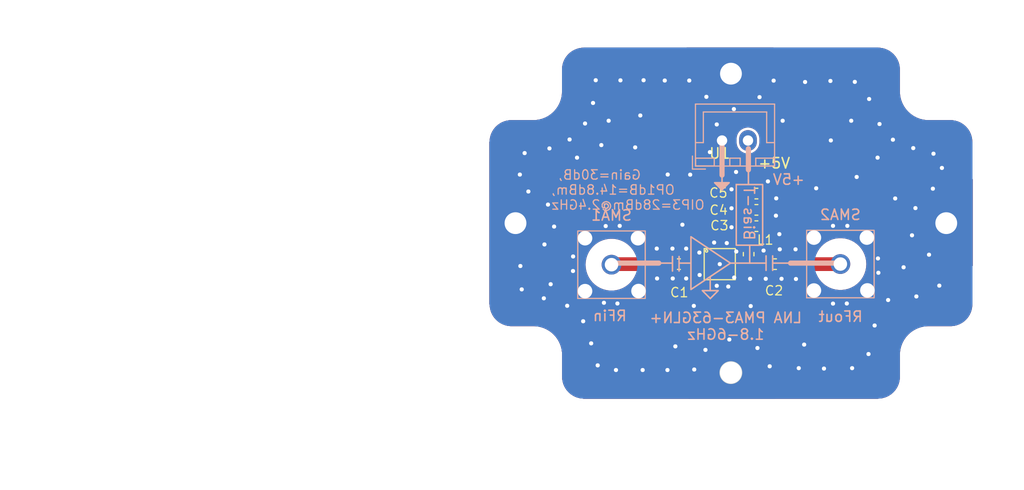
<source format=kicad_pcb>
(kicad_pcb (version 20240108) (generator "pcbnew") (generator_version "8.0")
  (layers (0 "F.Cu" signal) (31 "B.Cu" signal) (34 "B.Paste" user) (35 "F.Paste" user) (36 "B.SilkS" user "B.Silkscreen") (37 "F.SilkS" user "F.Silkscreen") (38 "B.Mask" user) (39 "F.Mask" user) (44 "Edge.Cuts" user))
  (net 0 "")
  (net 1 "Net-(C1-Pad1)")
  (net 2 "Net-(U1-RFin)")
  (net 3 "Net-(U1-RFout&DCin)")
  (net 4 "Net-(C2-Pad2)")
  (net 5 "/VDD")
  (net 6 "GND")
  (footprint "Capacitor_SMD:C_0603_1608Metric_revised" (layer "F.Cu") (at 129.703 66.138)
    (property "Reference" "C1" (at 0.037 2.732 0) (layer "F.SilkS") (effects (font (size 0.9 0.9) (thickness 0.12))))
    (property "Value" "22 uF" (hide yes))
    (fp_line (start -0.14058 -0.51) (end 0.14058 -0.51) (stroke (width 0.12)) (layer "F.SilkS"))
    (fp_line (start -0.14058 0.51) (end 0.14058 0.51) (stroke (width 0.12)) (layer "F.SilkS"))
    (pad "1" smd roundrect (at -0.775 0) (size 0.9 0.95) (layers "F.Cu" "F.Paste" "F.Mask") (net 1 "Net-(C1-Pad1)"))
    (pad "2" smd roundrect (at 0.775 0) (size 0.9 0.95) (layers "F.Cu" "F.Paste" "F.Mask") (net 2 "Net-(U1-RFin)"))
  )
  (footprint "Capacitor_SMD:C_0603_1608Metric_revised" (layer "F.Cu") (at 137.17 59.34)
    (property "Reference" "C5" (at -3.666 -0.067 0) (layer "F.SilkS") (effects (font (size 0.9 0.9) (thickness 0.12))))
    (property "Value" "4.7 uF" (hide yes))
    (fp_line (start -0.14058 -0.51) (end 0.14058 -0.51) (stroke (width 0.12)) (layer "F.SilkS"))
    (fp_line (start -0.14058 0.51) (end 0.14058 0.51) (stroke (width 0.12)) (layer "F.SilkS"))
    (pad "1" smd roundrect (at -0.775 0) (size 0.9 0.95) (layers "F.Cu" "F.Paste" "F.Mask") (net 5 "/VDD"))
    (pad "2" smd roundrect (at 0.775 0) (size 0.9 0.95) (layers "F.Cu" "F.Paste" "F.Mask") (net 6 "GND"))
  )
  (footprint "Capacitor_SMD:C_0603_1608Metric_revised" (layer "F.Cu") (at 138.96 66.14)
    (property "Reference" "C2" (at -0.09 2.552 0) (layer "F.SilkS") (effects (font (size 0.9 0.9) (thickness 0.12))))
    (property "Value" "22 uF" (hide yes))
    (fp_line (start -0.14058 -0.51) (end 0.14058 -0.51) (stroke (width 0.12)) (layer "F.SilkS"))
    (fp_line (start -0.14058 0.51) (end 0.14058 0.51) (stroke (width 0.12)) (layer "F.SilkS"))
    (pad "1" smd roundrect (at -0.775 0) (size 0.9 0.95) (layers "F.Cu" "F.Paste" "F.Mask") (net 3 "Net-(U1-RFout&DCin)"))
    (pad "2" smd roundrect (at 0.775 0) (size 0.9 0.95) (layers "F.Cu" "F.Paste" "F.Mask") (net 4 "Net-(C2-Pad2)"))
  )
  (footprint "Capacitor_SMD:C_0603_1608Metric_revised" (layer "F.Cu") (at 137.17 60.91)
    (property "Reference" "C4" (at -3.636 0.022 0) (layer "F.SilkS") (effects (font (size 0.9 0.9) (thickness 0.12))))
    (property "Value" "100 pF" (hide yes))
    (fp_line (start -0.14058 -0.51) (end 0.14058 -0.51) (stroke (width 0.12)) (layer "F.SilkS"))
    (fp_line (start -0.14058 0.51) (end 0.14058 0.51) (stroke (width 0.12)) (layer "F.SilkS"))
    (pad "1" smd roundrect (at -0.775 0) (size 0.9 0.95) (layers "F.Cu" "F.Paste" "F.Mask") (net 5 "/VDD"))
    (pad "2" smd roundrect (at 0.775 0) (size 0.9 0.95) (layers "F.Cu" "F.Paste" "F.Mask") (net 6 "GND"))
  )
  (footprint "MUSIC_Lab:PMA3-63GLN+" (layer "F.Cu") (at 133.64 66.138)
    (property "Reference" "U1" (at 0 -10.668 0) (layer "F.SilkS"))
    (property "Value" "~")
    (fp_rect (start -1.5 -1.5) (end 1.5 1.5) (stroke (width 0.12)) (fill none) (layer "F.SilkS"))
    (fp_circle (center -1.27 -1.27) (end -1.156408 -1.27) (stroke (width 0.12)) (fill none) (layer "F.SilkS"))
    (pad "1" smd rect (at -1.355 -0.51) (size 0.51 0.25) (layers "F.Cu" "F.Paste" "F.Mask") (net 6 "GND"))
    (pad "2" smd rect (at -1.355 0) (size 0.51 0.25) (layers "F.Cu" "F.Paste" "F.Mask") (net 2 "Net-(U1-RFin)"))
    (pad "3" smd rect (at -1.355 0.51) (size 0.51 0.25) (layers "F.Cu" "F.Paste" "F.Mask") (net 6 "GND"))
    (pad "4" smd rect (at -0.51 1.355 90) (size 0.51 0.25) (layers "F.Cu" "F.Paste" "F.Mask") (net 6 "GND"))
    (pad "5" smd rect (at 0 1.355 90) (size 0.51 0.25) (layers "F.Cu" "F.Paste" "F.Mask") (net 6 "GND"))
    (pad "6" smd rect (at 0.51 1.355 90) (size 0.51 0.25) (layers "F.Cu" "F.Paste" "F.Mask") (net 6 "GND"))
    (pad "7" smd rect (at 1.355 0.51) (size 0.51 0.25) (layers "F.Cu" "F.Paste" "F.Mask") (net 6 "GND"))
    (pad "8" smd rect (at 1.355 0) (size 0.51 0.25) (layers "F.Cu" "F.Paste" "F.Mask") (net 3 "Net-(U1-RFout&DCin)"))
    (pad "9" smd rect (at 1.355 -0.51) (size 0.51 0.25) (layers "F.Cu" "F.Paste" "F.Mask") (net 6 "GND"))
    (pad "10" smd rect (at 0.51 -1.355 90) (size 0.51 0.25) (layers "F.Cu" "F.Paste" "F.Mask") (net 6 "GND"))
    (pad "11" smd rect (at 0 -1.355 90) (size 0.51 0.25) (layers "F.Cu" "F.Paste" "F.Mask") (net 6 "GND"))
    (pad "12" smd rect (at -0.51 -1.355 90) (size 0.51 0.25) (layers "F.Cu" "F.Paste" "F.Mask") (net 6 "GND"))
    (pad "13" smd rect (at 0 0) (size 1.25 1.25) (layers "F.Cu" "F.Paste" "F.Mask") (net 6 "GND"))
  )
  (footprint "Inductor_SMD:L_0603_1608Metric_revised" (layer "F.Cu") (at 136.4234 65.1764 -90)
    (property "Reference" "L1" (at -1.37 -1.6 180) (layer "F.SilkS") (effects (font (size 0.9 0.9) (thickness 0.12))))
    (property "Value" "15 nH" (hide yes))
    (fp_line (start -0.162779 0.51) (end 0.162779 0.51) (stroke (width 0.12)) (layer "F.SilkS"))
    (fp_line (start -0.162779 -0.51) (end 0.162779 -0.51) (stroke (width 0.12)) (layer "F.SilkS"))
    (pad "1" smd roundrect (at -0.775 0 270) (size 0.9 0.9) (layers "F.Cu" "F.Paste" "F.Mask") (net 5 "/VDD"))
    (pad "2" smd roundrect (at 0.775 0 270) (size 0.9 0.9) (layers "F.Cu" "F.Paste" "F.Mask") (net 3 "Net-(U1-RFout&DCin)"))
  )
  (footprint "MUSIC_Lab:Outline_3x2_cavity_1.5mm" (layer "F.Cu") (at 64.546251 87.671921)
    (property "Reference" "outline1" (hide yes))
    (property "Value" "~" (hide yes))
    (fp_circle (center 70.163748 -11.081921) (end 70.163748 -12.131921) (stroke (width 0.1)) (fill none) (layer "Edge.Cuts"))
    (fp_poly (pts (arc (start 53.907539 -10.683414) (mid 54.522614 -9.198523) (end 56.007491 -8.583414)) (arc (start 84.347539 -8.583413) (mid 85.832429 -9.198514) (end 86.447539 -10.683401)) (arc (start 86.447539 -12.783401) (mid 87.267035 -14.754369) (end 89.242316 -15.563414)) (arc (start 91.327539 -15.563414) (mid 92.812429 -16.178514) (end 93.427539 -17.663401)) (arc (start 93.427539 -33.319696) (mid 92.806647 -34.794049) (end 91.327491 -35.403414)) (arc (start 89.227491 -35.403414) (mid 87.26178 -36.217689) (end 86.447539 -38.183414)) (arc (start 86.447539 -40.266906) (mid 85.838239 -41.762457) (end 84.347491 -42.383415)) (arc (start 55.994958 -42.383414) (mid 54.518224 -41.763835) (end 53.907539 -40.283401)) (arc (start 53.907539 -38.1834) (mid 53.093262 -36.217681) (end 51.127539 -35.403414)) (arc (start 49.014958 -35.403414) (mid 47.538224 -34.783835) (end 46.927539 -33.303401)) (arc (start 46.927539 -17.663414) (mid 47.542614 -16.178523) (end 49.027491 -15.563414)) (arc (start 51.127391 -15.563414) (mid 53.086569 -14.755788) (end 53.907539 -12.802164))) (stroke (width 0.0001)) (fill none) (layer "Edge.Cuts"))
    (pad "1" thru_hole circle (at 49.413748 -25.481921) (size 3 3) (drill 2.1) (layers "*.Cu" "*.Mask") (net 6 "GND"))
    (pad "1" thru_hole circle (at 70.163748 -11.081921) (size 3 3) (drill 2.1) (layers "*.Cu" "*.Mask") (net 6 "GND"))
    (pad "1" thru_hole custom (at 70.171458 -39.881921) (size 3 3) (drill 2.1) (layers "*.Cu" "*.Mask") (net 6 "GND") (options (clearance outline) (anchor circle)) (primitives (gr_poly (pts (xy 4.09439 -2.532075) (xy -4.269038 -2.532075) (xy -4.209038 -1.00664) (xy -4.091013 -1.019578) (xy -3.853623 -1.015131) (xy -3.619343 -0.976572) (xy -3.39305 -0.904704) (xy -3.179452 -0.801024) (xy -2.982995 -0.667688) (xy -2.807768 -0.507472) (xy -2.657417 -0.32371) (xy -2.535072 -0.120227) (xy -2.443279 0.098743) (xy -2.411727 0.213206) (xy -2.395954 0.366565) (xy -2.329764 0.667679) (xy -2.225472 0.957805) (xy -2.084803 1.232145) (xy -1.910083 1.48616) (xy -1.704204 1.715647) (xy -1.470572 1.916809) (xy -1.213052 2.086319) (xy -0.935904 2.221372) (xy -0.643713 2.319734) (xy -0.341314 2.379777) (xy -0.03371 2.400508) (xy 0.274011 2.381585) (xy 0.576758 2.323319) (xy 0.869521 2.226676) (xy 1.147458 2.093254) (xy 1.40597 1.92526) (xy 1.64078 1.725473) (xy 1.848004 1.4972) (xy 2.024213 1.244217) (xy 2.166492 0.970708) (xy 2.272487 0.681199) (xy 2.340444 0.380479) (xy 2.357079 0.227212) (xy 2.388637 0.112751) (xy 2.480429 -0.10622) (xy 2.602773 -0.309704) (xy 2.753123 -0.493467) (xy 2.928349 -0.653684) (xy 3.124806 -0.787021) (xy 3.338403 -0.890703) (xy 3.564697 -0.962572) (xy 3.798976 -1.001132) (xy 4.036366 -1.005582) (xy 4.15439 -0.992634)) (width 0) (fill yes)) (gr_rect (start -14.190291 -2.5) (end 14.19029 -1) (width 0.05) (fill yes)) (gr_poly (pts (arc (start 21.142242 4.479999) (mid 22.619 5.099554) (end 23.229661 6.580012)) (arc (start 21.729662 6.580012) (mid 21.556262 6.158134) (end 21.136361 5.979999)) (arc (start 19.029661 5.979999) (mid 16.003253 4.726417) (end 14.749661 1.700012)) (arc (start 14.749661 -0.399988) (mid 14.576261 -0.821866) (end 14.15636 -1.000001)) (arc (start 14.162242 -2.500001) (mid 15.639 -1.880446) (end 16.249661 -0.399988)) (arc (start 16.249661 1.700013) (mid 17.063913 3.665756) (end 19.029661 4.479999))) (width 0) (fill yes)) (gr_rect (start 21.74229 6.564832) (end 23.24229 22.220013) (width 0.05) (fill yes)) (gr_poly (pts (arc (start 21.154871 24.320026) (mid 22.631629 23.700471) (end 23.24229 22.220013)) (arc (start 21.742291 22.220013) (mid 21.568891 22.641891) (end 21.14899 22.820026)) (arc (start 19.04229 22.820026) (mid 16.015882 24.073608) (end 14.76229 27.100013)) (arc (start 14.76229 29.200013) (mid 14.58889 29.621891) (end 14.168989 29.800026)) (arc (start 14.174871 31.300026) (mid 15.651629 30.680471) (end 16.26229 29.200013)) (arc (start 16.26229 27.100012) (mid 17.076542 25.134269) (end 19.04229 24.320026))) (width 0) (fill yes)) (gr_rect (start -14.218291 29.800001) (end 14.16229 31.300001) (width 0.05) (fill yes)) (gr_poly (pts (arc (start -21.157758 24.32) (mid -22.634516 23.700445) (end -23.245177 22.219987)) (arc (start -21.745178 22.219987) (mid -21.571778 22.641865) (end -21.151877 22.82)) (arc (start -19.045177 22.82) (mid -16.018769 24.073582) (end -14.765177 27.099987)) (arc (start -14.765177 29.199987) (mid -14.591777 29.621865) (end -14.171876 29.8)) (arc (start -14.177758 31.3) (mid -15.654516 30.680445) (end -16.265177 29.199987)) (arc (start -16.265177 27.099986) (mid -17.079429 25.134243) (end -19.045177 24.32))) (width 0) (fill yes)) (gr_rect (start -23.25771 6.564819) (end -21.75771 22.22) (width 0.05) (fill yes)) (gr_poly (pts (xy 23.294873 18.524608) (xy 23.294873 10.16118) (xy 21.769438 10.22118) (xy 21.782376 10.339205) (xy 21.777929 10.576595) (xy 21.73937 10.810875) (xy 21.667502 11.037168) (xy 21.563822 11.250766) (xy 21.430486 11.447223) (xy 21.27027 11.622451) (xy 21.086508 11.772801) (xy 20.883025 11.895146) (xy 20.664054 11.986939) (xy 20.549592 12.018492) (xy 20.396234 12.034264) (xy 20.095119 12.100454) (xy 19.804993 12.204746) (xy 19.530653 12.345415) (xy 19.276638 12.520135) (xy 19.047152 12.726014) (xy 18.845989 12.959645) (xy 18.676479 13.217166) (xy 18.541426 13.494314) (xy 18.443064 13.786505) (xy 18.383021 14.088904) (xy 18.36229 14.396508) (xy 18.381213 14.704229) (xy 18.439479 15.006976) (xy 18.536122 15.299739) (xy 18.669544 15.577676) (xy 18.837538 15.836188) (xy 19.037324 16.070998) (xy 19.265597 16.278222) (xy 19.518581 16.454431) (xy 19.792089 16.59671) (xy 20.081599 16.702705) (xy 20.382319 16.770662) (xy 20.535586 16.787297) (xy 20.650047 16.818855) (xy 20.869019 16.910647) (xy 21.072501 17.032992) (xy 21.256265 17.183341) (xy 21.416482 17.358567) (xy 21.549819 17.555024) (xy 21.653501 17.768621) (xy 21.72537 17.994915) (xy 21.763929 18.229194) (xy 21.76838 18.466584) (xy 21.755432 18.584608)) (width 0) (fill yes)) (gr_poly (pts (xy -4.09581 31.32909) (xy 4.267618 31.32909) (xy 4.207618 29.803655) (xy 4.089593 29.816593) (xy 3.852203 29.812147) (xy 3.617923 29.773587) (xy 3.391631 29.701719) (xy 3.178032 29.598039) (xy 2.981575 29.464703) (xy 2.806348 29.304487) (xy 2.655997 29.120726) (xy 2.533652 28.917241) (xy 2.441859 28.698271) (xy 2.410306 28.583809) (xy 2.394534 28.43045) (xy 2.328344 28.129336) (xy 2.224052 27.83921) (xy 2.083383 27.56487) (xy 1.908663 27.310855) (xy 1.702784 27.081369) (xy 1.469151 26.880206) (xy 1.211632 26.710696) (xy 0.934484 26.575642) (xy 0.642293 26.477281) (xy 0.339894 26.417239) (xy 0.03229 26.396508) (xy -0.275431 26.41543) (xy -0.578179 26.473696) (xy -0.870941 26.570339) (xy -1.148878 26.703761) (xy -1.40739 26.871755) (xy -1.6422 27.071542) (xy -1.849424 27.299815) (xy -2.025633 27.552798) (xy -2.167912 27.826307) (xy -2.273907 28.115816) (xy -2.341864 28.416536) (xy -2.358499 28.569803) (xy -2.390057 28.684264) (xy -2.481849 28.903235) (xy -2.604194 29.106719) (xy -2.754543 29.290481) (xy -2.929769 29.450698) (xy -3.126226 29.584036) (xy -3.339823 29.687718) (xy -3.566117 29.759587) (xy -3.800396 29.798147) (xy -4.037786 29.802597) (xy -4.15581 29.789649)) (width 0) (fill yes)) (gr_poly (pts (xy -23.280293 10.278408) (xy -23.280293 18.641836) (xy -21.754858 18.581836) (xy -21.767796 18.463811) (xy -21.763349 18.226421) (xy -21.72479 17.992141) (xy -21.652922 17.765848) (xy -21.549242 17.55225) (xy -21.415906 17.355793) (xy -21.25569 17.180566) (xy -21.071928 17.030215) (xy -20.868445 16.90787) (xy -20.649474 16.816077) (xy -20.535012 16.784524) (xy -20.381653 16.768752) (xy -20.080539 16.702562) (xy -19.790413 16.59827) (xy -19.516073 16.457601) (xy -19.262058 16.282881) (xy -19.032572 16.077002) (xy -18.831409 15.84337) (xy -18.661899 15.58585) (xy -18.526846 15.308702) (xy -18.428484 15.016511) (xy -18.368441 14.714112) (xy -18.34771 14.406508) (xy -18.366633 14.098787) (xy -18.424899 13.79604) (xy -18.521542 13.503277) (xy -18.654964 13.22534) (xy -18.822958 12.966828) (xy -19.022745 12.732018) (xy -19.251018 12.524794) (xy -19.504001 12.348585) (xy -19.77751 12.206306) (xy -20.067019 12.100311) (xy -20.367739 12.032354) (xy -20.521006 12.015719) (xy -20.635467 11.984161) (xy -20.854438 11.892369) (xy -21.057922 11.770024) (xy -21.241685 11.619675) (xy -21.401902 11.444449) (xy -21.535239 11.247992) (xy -21.638921 11.034395) (xy -21.71079 10.808101) (xy -21.74935 10.573822) (xy -21.7538 10.336432) (xy -21.740852 10.218408)) (width 0) (fill yes)) (gr_poly (pts (arc (start -21.170291 4.48) (mid -22.647049 5.099555) (end -23.25771 6.580013)) (arc (start -21.757711 6.580013) (mid -21.584311 6.158135) (end -21.16441 5.98)) (arc (start -19.05771 5.98) (mid -16.031302 4.726418) (end -14.77771 1.700013)) (arc (start -14.77771 -0.399987) (mid -14.60431 -0.821865) (end -14.184409 -1)) (arc (start -14.190291 -2.5) (mid -15.667049 -1.880445) (end -16.27771 -0.399987)) (arc (start -16.27771 1.700014) (mid -17.091962 3.665757) (end -19.05771 4.48))) (width 0) (fill yes))))
    (pad "1" thru_hole circle (at 90.913749 -25.481921) (size 3 3) (drill 2.1) (layers "*.Cu" "*.Mask") (net 6 "GND"))
  )
  (footprint "Capacitor_SMD:C_0603_1608Metric_revised" (layer "F.Cu") (at 137.17 62.48)
    (property "Reference" "C3" (at -3.566 -0.059 0) (layer "F.SilkS") (effects (font (size 0.9 0.9) (thickness 0.12))))
    (property "Value" "1 nF" (hide yes))
    (fp_line (start -0.14058 -0.51) (end 0.14058 -0.51) (stroke (width 0.12)) (layer "F.SilkS"))
    (fp_line (start -0.14058 0.51) (end 0.14058 0.51) (stroke (width 0.12)) (layer "F.SilkS"))
    (pad "1" smd roundrect (at -0.775 0) (size 0.9 0.95) (layers "F.Cu" "F.Paste" "F.Mask") (net 5 "/VDD"))
    (pad "2" smd roundrect (at 0.775 0) (size 0.9 0.95) (layers "F.Cu" "F.Paste" "F.Mask") (net 6 "GND"))
  )
  (footprint "MUSIC_Lab:SMA_KHD_Back" (layer "B.Cu") (at 123.21 66.19 180)
    (property "Reference" "SMA1" (at 0 4.75 180) (layer "B.SilkS") (effects (justify mirror)))
    (property "Value" "~" (hide yes))
    (fp_rect (start 3.25 -3.25) (end -3.25 3.25) (stroke (width 0.12)) (fill none) (layer "B.SilkS"))
    (pad "1" thru_hole circle (at 0 0 180) (size 1.9 1.9) (drill 1.3) (layers "*.Cu" "*.Mask") (net 1 "Net-(C1-Pad1)"))
    (pad "2" thru_hole circle (at -2.6 -2.54 180) (size 2 2) (drill 1.4) (layers "*.Cu" "*.Mask") (net 6 "GND") (thermal_bridge_width 0.5) (thermal_gap 0.25))
    (pad "2" thru_hole circle (at -2.55 2.55 180) (size 2 2) (drill 1.4) (layers "*.Cu" "*.Mask") (net 6 "GND") (thermal_bridge_width 0.5) (thermal_gap 0.25))
    (pad "2" thru_hole circle (at 2.55 -2.55 180) (size 2 2) (drill 1.4) (layers "*.Cu" "*.Mask") (net 6 "GND") (thermal_bridge_width 0.5) (thermal_gap 0.25))
    (pad "2" thru_hole circle (at 2.55 2.55 180) (size 2 2) (drill 1.4) (layers "*.Cu" "*.Mask") (net 6 "GND") (thermal_bridge_width 0.5) (thermal_gap 0.25))
    (zone (net 0) (net_name "") (layers "*.Cu") (connect_pads (clearance 0)) (min_thickness 0.25)
      (keepout (tracks allowed) (vias not_allowed) (pads allowed) (copperpour not_allowed) (footprints allowed))
      (fill (thermal_gap 0.5) (thermal_bridge_width 0.5))
      (polygon (pts (xy 120.71 66.19) (xy 120.729713 65.876667) (xy 120.788542 65.568275) (xy 120.885559 65.269689) (xy 121.019233 64.985616) (xy 121.187458 64.720537) (xy 121.387578 64.478632) (xy 121.61644 64.263717) (xy 121.870433 64.07918) (xy 122.145552 63.927932) (xy 122.437458 63.812359) (xy 122.741547 63.734282) (xy 123.053024 63.694933) (xy 123.366976 63.694933) (xy 123.678453 63.734282) (xy 123.982542 63.812359) (xy 124.274448 63.927932) (xy 124.549567 64.07918) (xy 124.80356 64.263717) (xy 125.032422 64.478632) (xy 125.232542 64.720537) (xy 125.400767 64.985616) (xy 125.534441 65.269689) (xy 125.631458 65.568275) (xy 125.690287 65.876667) (xy 125.71 66.19) (xy 125.690287 66.503333) (xy 125.631458 66.811725) (xy 125.534441 67.110311) (xy 125.400767 67.394384) (xy 125.232542 67.659463) (xy 125.032422 67.901368) (xy 124.80356 68.116283) (xy 124.549567 68.30082) (xy 124.274448 68.452068) (xy 123.982542 68.567641) (xy 123.678453 68.645718) (xy 123.366976 68.685067) (xy 123.053024 68.685067) (xy 122.741547 68.645718) (xy 122.437458 68.567641) (xy 122.145552 68.452068) (xy 121.870433 68.30082) (xy 121.61644 68.116283) (xy 121.387578 67.901368) (xy 121.187458 67.659463) (xy 121.019233 67.394384) (xy 120.885559 67.110311) (xy 120.788542 66.811725) (xy 120.729713 66.503333)))
    )
  )
  (footprint "MUSIC_Lab:SMA_KHD_Back" (layer "B.Cu") (at 145.26 66.13 180)
    (property "Reference" "SMA2" (at 0 4.75 180) (layer "B.SilkS") (effects (justify mirror)))
    (property "Value" "~" (hide yes))
    (fp_rect (start 3.25 -3.25) (end -3.25 3.25) (stroke (width 0.12)) (fill none) (layer "B.SilkS"))
    (pad "1" thru_hole circle (at 0 0 180) (size 1.9 1.9) (drill 1.3) (layers "*.Cu" "*.Mask") (net 4 "Net-(C2-Pad2)"))
    (pad "2" thru_hole circle (at -2.6 -2.54 180) (size 2 2) (drill 1.4) (layers "*.Cu" "*.Mask") (net 6 "GND") (thermal_bridge_width 0.5) (thermal_gap 0.25))
    (pad "2" thru_hole circle (at -2.55 2.55 180) (size 2 2) (drill 1.4) (layers "*.Cu" "*.Mask") (net 6 "GND") (thermal_bridge_width 0.5) (thermal_gap 0.25))
    (pad "2" thru_hole circle (at 2.55 -2.55 180) (size 2 2) (drill 1.4) (layers "*.Cu" "*.Mask") (net 6 "GND") (thermal_bridge_width 0.5) (thermal_gap 0.25))
    (pad "2" thru_hole circle (at 2.55 2.55 180) (size 2 2) (drill 1.4) (layers "*.Cu" "*.Mask") (net 6 "GND") (thermal_bridge_width 0.5) (thermal_gap 0.25))
    (zone (net 0) (net_name "") (layers "*.Cu") (connect_pads (clearance 0)) (min_thickness 0.25)
      (keepout (tracks allowed) (vias not_allowed) (pads allowed) (copperpour not_allowed) (footprints allowed))
      (fill (thermal_gap 0.5) (thermal_bridge_width 0.5))
      (polygon (pts (xy 142.76 66.13) (xy 142.779713 65.816667) (xy 142.838542 65.508275) (xy 142.935559 65.209689) (xy 143.069233 64.925616) (xy 143.237458 64.660537) (xy 143.437578 64.418632) (xy 143.66644 64.203717) (xy 143.920433 64.01918) (xy 144.195552 63.867932) (xy 144.487458 63.752359) (xy 144.791547 63.674282) (xy 145.103024 63.634933) (xy 145.416976 63.634933) (xy 145.728453 63.674282) (xy 146.032542 63.752359) (xy 146.324448 63.867932) (xy 146.599567 64.01918) (xy 146.85356 64.203717) (xy 147.082422 64.418632) (xy 147.282542 64.660537) (xy 147.450767 64.925616) (xy 147.584441 65.209689) (xy 147.681458 65.508275) (xy 147.740287 65.816667) (xy 147.76 66.13) (xy 147.740287 66.443333) (xy 147.681458 66.751725) (xy 147.584441 67.050311) (xy 147.450767 67.334384) (xy 147.282542 67.599463) (xy 147.082422 67.841368) (xy 146.85356 68.056283) (xy 146.599567 68.24082) (xy 146.324448 68.392068) (xy 146.032542 68.507641) (xy 145.728453 68.585718) (xy 145.416976 68.625067) (xy 145.103024 68.625067) (xy 144.791547 68.585718) (xy 144.487458 68.507641) (xy 144.195552 68.392068) (xy 143.920433 68.24082) (xy 143.66644 68.056283) (xy 143.437578 67.841368) (xy 143.237458 67.599463) (xy 143.069233 67.334384) (xy 142.935559 67.050311) (xy 142.838542 66.751725) (xy 142.779713 66.443333)))
    )
  )
  (footprint "Connector_JST:JST_XH_B2B-XH-A_1x02_P2.50mm_Vertical" (layer "B.Cu") (at 133.858 54.229)
    (property "Reference" "J1" (hide yes))
    (property "Value" "Conn_01x02_Pin")
    (fp_line (start -2.85 1.5) (end -2.85 2.75) (stroke (width 0.12)) (layer "B.SilkS"))
    (fp_line (start -2.85 2.75) (end -1.6 2.75) (stroke (width 0.12)) (layer "B.SilkS"))
    (fp_line (start -2.56 -3.51) (end -2.56 2.46) (stroke (width 0.12)) (layer "B.SilkS"))
    (fp_line (start -2.56 2.46) (end 5.06 2.46) (stroke (width 0.12)) (layer "B.SilkS"))
    (fp_line (start -2.55 1.7) (end -2.55 2.45) (stroke (width 0.12)) (layer "B.SilkS"))
    (fp_line (start -2.55 2.45) (end -0.75 2.45) (stroke (width 0.12)) (layer "B.SilkS"))
    (fp_line (start -1.8 -2.75) (end -1.8 0.2) (stroke (width 0.12)) (layer "B.SilkS"))
    (fp_line (start -1.8 0.2) (end -2.55 0.2) (stroke (width 0.12)) (layer "B.SilkS"))
    (fp_line (start -0.75 1.7) (end -2.55 1.7) (stroke (width 0.12)) (layer "B.SilkS"))
    (fp_line (start -0.75 2.45) (end -0.75 1.7) (stroke (width 0.12)) (layer "B.SilkS"))
    (fp_line (start 0.75 1.7) (end 0.75 2.45) (stroke (width 0.12)) (layer "B.SilkS"))
    (fp_line (start 0.75 2.45) (end 1.75 2.45) (stroke (width 0.12)) (layer "B.SilkS"))
    (fp_line (start 1.25 -2.75) (end -1.8 -2.75) (stroke (width 0.12)) (layer "B.SilkS"))
    (fp_line (start 1.25 -2.75) (end 4.3 -2.75) (stroke (width 0.12)) (layer "B.SilkS"))
    (fp_line (start 1.75 1.7) (end 0.75 1.7) (stroke (width 0.12)) (layer "B.SilkS"))
    (fp_line (start 1.75 2.45) (end 1.75 1.7) (stroke (width 0.12)) (layer "B.SilkS"))
    (fp_line (start 3.25 1.7) (end 3.25 2.45) (stroke (width 0.12)) (layer "B.SilkS"))
    (fp_line (start 3.25 2.45) (end 5.05 2.45) (stroke (width 0.12)) (layer "B.SilkS"))
    (fp_line (start 4.3 -2.75) (end 4.3 0.2) (stroke (width 0.12)) (layer "B.SilkS"))
    (fp_line (start 4.3 0.2) (end 5.05 0.2) (stroke (width 0.12)) (layer "B.SilkS"))
    (fp_line (start 5.05 1.7) (end 3.25 1.7) (stroke (width 0.12)) (layer "B.SilkS"))
    (fp_line (start 5.05 2.45) (end 5.05 1.7) (stroke (width 0.12)) (layer "B.SilkS"))
    (fp_line (start 5.06 -3.51) (end -2.56 -3.51) (stroke (width 0.12)) (layer "B.SilkS"))
    (fp_line (start 5.06 2.46) (end 5.06 -3.51) (stroke (width 0.12)) (layer "B.SilkS"))
    (pad "1" thru_hole roundrect (at 0 0) (size 1.7 2) (drill 1) (layers "*.Cu" "*.Mask") (roundrect_rratio 0.147059) (net 6 "GND"))
    (pad "2" thru_hole oval (at 2.5 0) (size 1.7 2) (drill 1) (layers "*.Cu" "*.Mask") (net 5 "/VDD"))
  )
  (gr_line (start 144.78 66.04) (end 140.462 66.04) (stroke (width 0.5)) (layer "B.SilkS"))
  (gr_line (start 138.7348 65.3415) (end 138.7348 66.7385) (stroke (width 0.15)) (layer "B.SilkS"))
  (gr_poly (pts (xy 134.5438 58.293) (xy 133.1468 58.293) (xy 133.8453 58.9915)) (stroke (width 0.15)) (fill solid) (layer "B.SilkS"))
  (gr_line (start 129.032 66.04) (end 127 66.04) (stroke (width 0.15)) (layer "B.SilkS"))
  (gr_line (start 130.81 66.04) (end 129.7432 66.04) (stroke (width 0.15)) (layer "B.SilkS"))
  (gr_rect (start 135.2296 58.4708) (end 137.7696 64.3128) (stroke (width 0.15)) (fill none) (layer "B.SilkS"))
  (gr_line (start 133.858 54.356) (end 133.858 57.5564) (stroke (width 0.5)) (layer "B.SilkS"))
  (gr_line (start 138.0998 65.3415) (end 138.0998 66.7385) (stroke (width 0.15)) (layer "B.SilkS"))
  (gr_poly (pts (xy 133.487 68.69) (xy 131.963 68.69) (xy 132.725 69.452)) (stroke (width 0.15)) (fill none) (layer "B.SilkS"))
  (gr_line (start 129.7178 65.405) (end 129.7178 66.802) (stroke (width 0.15)) (layer "B.SilkS"))
  (gr_line (start 127.762 66.04) (end 123.19 66.04) (stroke (width 0.5)) (layer "B.SilkS"))
  (gr_line (start 129.0828 65.405) (end 129.0828 66.802) (stroke (width 0.15)) (layer "B.SilkS"))
  (gr_line (start 138.0998 66.04) (end 134.62 66.04) (stroke (width 0.15)) (layer "B.SilkS"))
  (gr_line (start 136.525 64.3636) (end 136.525 66.04) (stroke (width 0.15)) (layer "B.SilkS"))
  (gr_line (start 140.589 66.04) (end 138.7348 66.04) (stroke (width 0.15)) (layer "B.SilkS"))
  (gr_poly (pts (xy 130.8608 63.5) (xy 134.6708 66.04) (xy 130.8608 68.58)) (stroke (width 0.15)) (fill none) (layer "B.SilkS"))
  (gr_line (start 133.858 58.547) (end 133.858 56.388) (stroke (width 0.15)) (layer "B.SilkS"))
  (gr_line (start 136.398 58.42) (end 136.398 56.261) (stroke (width 0.15)) (layer "B.SilkS"))
  (gr_line (start 132.715 67.3608) (end 132.72 68.69) (stroke (width 0.15)) (layer "B.SilkS"))
  (gr_line (start 136.398 57.0484) (end 136.398 55.0164) (stroke (width 0.5)) (layer "B.SilkS"))
  (gr_text "Gain=30dB, \nOP1dB=14.8dBm,\nOIP3=28dBm@2.4GHz" (at 117.348 60.96 0) (layer "B.SilkS") (effects (font (size 0.9 0.9) (thickness 0.12)) (justify right bottom mirror)))
  (gr_text "Bias-T" (at 135.8646 63.9318 -90) (layer "B.SilkS") (effects (font (size 1 1)) (justify left bottom mirror)))
  (gr_text "RFout" (at 147.4978 71.7804 0) (layer "B.SilkS") (effects (font (size 1 1)) (justify left bottom mirror)))
  (gr_text "+5V" (at 141.9098 58.5724 0) (layer "B.SilkS") (effects (font (size 1 1)) (justify left bottom mirror)))
  (gr_text "RFin" (at 124.7648 71.7042 0) (layer "B.SilkS") (effects (font (size 1 1)) (justify left bottom mirror)))
  (gr_text "LNA PMA3-63GLN+\n1.8-6GHz" (at 134.2136 72.1106 0) (layer "B.SilkS") (effects (font (size 1 1)) (justify mirror)))
  (gr_text "+5V" (at 137.2616 56.9976 0) (layer "F.SilkS") (effects (font (size 1 1)) (justify left bottom)))
  (segment (start 128.4478 66.1416) (end 128.4442 66.138) (width 1.32) (layer "F.Cu") (net 1))
  (segment (start 128.4442 66.138) (end 123.262 66.138) (width 1.32) (layer "F.Cu") (net 1))
  (segment (start 123.262 66.138) (end 123.21 66.19) (width 0.95) (layer "F.Cu") (net 1))
  (segment (start 131.6264 66.138) (end 132.285 66.138) (width 0.25) (layer "F.Cu") (net 2))
  (segment (start 131.0894 66.138) (end 130.478 66.138) (width 1) (layer "F.Cu") (net 2))
  (segment (start 131.6192 66.138) (end 131.6228 66.1416) (width 0.5) (layer "F.Cu") (net 2))
  (segment (start 131.6228 66.1416) (end 131.6264 66.138) (width 0.25) (layer "F.Cu") (net 2))
  (segment (start 131.0894 66.138) (end 131.6192 66.138) (width 0.5) (layer "F.Cu") (net 2))
  (segment (start 137.7152 66.138) (end 136.434 66.138) (width 1.32) (layer "F.Cu") (net 3))
  (segment (start 136.434 65.962) (end 136.434 66.138) (width 0.3) (layer "F.Cu") (net 3))
  (segment (start 134.995 66.138) (end 136.053 66.138) (width 0.25) (layer "F.Cu") (net 3))
  (segment (start 137.7188 66.1416) (end 137.7152 66.138) (width 0.95) (layer "F.Cu") (net 3))
  (segment (start 136.4234 65.9514) (end 136.434 65.962) (width 0.3) (layer "F.Cu") (net 3))
  (segment (start 145.252 66.138) (end 145.26 66.13) (width 0.95) (layer "F.Cu") (net 4))
  (segment (start 140.208 66.138) (end 145.252 66.138) (width 1.32) (layer "F.Cu") (net 4))
  (segment (start 136.425 61.44) (end 136.421 61.436) (width 0.3) (layer "F.Cu") (net 5))
  (segment (start 136.421 63) (end 136.421 61.444) (width 0.3) (layer "F.Cu") (net 5))
  (segment (start 136.421 61.444) (end 136.425 61.44) (width 0.3) (layer "F.Cu") (net 5))
  (segment (start 136.421 61.436) (end 136.421 59.884) (width 0.3) (layer "F.Cu") (net 5))
  (segment (start 136.4234 64.4014) (end 136.4234 63.0024) (width 0.3) (layer "F.Cu") (net 5))
  (segment (start 136.4234 63.0024) (end 136.421 63) (width 0.3) (layer "F.Cu") (net 5))
  (segment (start 136.421 59.884) (end 136.429 59.876) (width 0.3) (layer "F.Cu") (net 5))
  (segment (start 136.429 59.876) (end 136.429 55.089) (width 0.3) (layer "F.Cu") (net 5))
  (segment (start 133.64 66.138) (end 133.19 65.688) (width 0.25) (layer "F.Cu") (net 6))
  (via (at 117.68 62.52) (size 0.6) (drill 0.4) (layers "F.Cu" "B.Cu") (net 6))
  (via (at 117.348 68.072) (size 0.6) (drill 0.4) (layers "F.Cu" "B.Cu") (net 6))
  (via (at 122.23 54.67) (size 0.6) (drill 0.4) (layers "F.Cu" "B.Cu") (net 6))
  (via (at 131.14 70.16) (size 0.6) (drill 0.4) (layers "F.Cu" "B.Cu") (net 6))
  (via (at 125.984 51.816) (size 0.6) (drill 0.4) (layers "F.Cu" "B.Cu") (net 6))
  (via (at 134.7724 62.5856) (size 0.6) (drill 0.4) (layers "F.Cu" "B.Cu") (net 6))
  (via (at 114.84 55.44) (size 0.6) (drill 0.4) (layers "F.Cu" "B.Cu") (net 6))
  (via (at 128.34 48.45) (size 0.6) (drill 0.4) (layers "F.Cu" "B.Cu") (net 6))
  (via (at 134.459262 68.300745) (size 0.6) (drill 0.4) (layers "F.Cu" "B.Cu") (net 6))
  (via (at 139.38 63.25) (size 0.6) (drill 0.4) (layers "F.Cu" "B.Cu") (net 6))
  (via (at 150.32 54.15) (size 0.6) (drill 0.4) (layers "F.Cu" "B.Cu") (net 6))
  (via (at 148.88 65.59) (size 0.6) (drill 0.4) (layers "F.Cu" "B.Cu") (net 6))
  (via (at 114.38 57.51) (size 0.6) (drill 0.4) (layers "F.Cu" "B.Cu") (net 6))
  (via (at 119.888 55.88) (size 0.6) (drill 0.4) (layers "F.Cu" "B.Cu") (net 6))
  (via (at 130.4036 67.52) (size 0.6) (drill 0.4) (layers "F.Cu" "B.Cu") (net 6))
  (via (at 120.48 71.64) (size 0.6) (drill 0.4) (layers "F.Cu" "B.Cu") (net 6))
  (via (at 122.65 62.47) (size 0.6) (drill 0.4) (layers "F.Cu" "B.Cu") (net 6))
  (via (at 116.75 64.24) (size 0.6) (drill 0.4) (layers "F.Cu" "B.Cu") (net 6))
  (via (at 124.07 48.43) (size 0.6) (drill 0.4) (layers "F.Cu" "B.Cu") (net 6))
  (via (at 138.2776 58.166) (size 0.6) (drill 0.4) (layers "F.Cu" "B.Cu") (net 6))
  (via (at 146.39 76.16) (size 0.6) (drill 0.4) (layers "F.Cu" "B.Cu") (net 6))
  (via (at 131.18 76.29) (size 0.6) (drill 0.4) (layers "F.Cu" "B.Cu") (net 6))
  (via (at 118.94 70.15) (size 0.6) (drill 0.4) (layers "F.Cu" "B.Cu") (net 6))
  (via (at 130.7 48.45) (size 0.6) (drill 0.4) (layers "F.Cu" "B.Cu") (net 6))
  (via (at 154.79 68.21) (size 0.6) (drill 0.4) (layers "F.Cu" "B.Cu") (net 6))
  (via (at 135.21 57.26) (size 0.6) (drill 0.4) (layers "F.Cu" "B.Cu") (net 6))
  (via (at 152.58 69.25) (size 0.6) (drill 0.4) (layers "F.Cu" "B.Cu") (net 6))
  (via (at 128.6 76.34) (size 0.6) (drill 0.4) (layers "F.Cu" "B.Cu") (net 6))
  (via (at 139.7 52.324) (size 0.6) (drill 0.4) (layers "F.Cu" "B.Cu") (net 6))
  (via (at 154.23 55.5) (size 0.6) (drill 0.4) (layers "F.Cu" "B.Cu") (net 6))
  (via (at 149.86 69.596) (size 0.6) (drill 0.4) (layers "F.Cu" "B.Cu") (net 6))
  (via (at 139.42 64.71) (size 0.6) (drill 0.4) (layers "F.Cu" "B.Cu") (net 6))
  (via (at 148.56 72.05) (size 0.6) (drill 0.4) (layers "F.Cu" "B.Cu") (net 6))
  (via (at 147.97 74.8) (size 0.6) (drill 0.4) (layers "F.Cu" "B.Cu") (net 6))
  (via (at 126.3 48.42) (size 0.6) (drill 0.4) (layers "F.Cu" "B.Cu") (net 6))
  (via (at 145.88 69.93) (size 0.6) (drill 0.4) (layers "F.Cu" "B.Cu") (net 6))
  (via (at 129.08 64.64) (size 0.6) (drill 0.4) (layers "F.Cu" "B.Cu") (net 6))
  (via (at 119.5 66.8) (size 0.6) (drill 0.4) (layers "F.Cu" "B.Cu") (net 6))
  (via (at 152.16 63.36) (size 0.6) (drill 0.4) (layers "F.Cu" "B.Cu") (net 6))
  (via (at 134.3152 64.1096) (size 0.6) (drill 0.4) (layers "F.Cu" "B.Cu") (net 6))
  (via (at 130.79 57.52) (size 0.6) (drill 0.4) (layers "F.Cu" "B.Cu") (net 6))
  (via (at 121.69 48.42) (size 0.6) (drill 0.4) (layers "F.Cu" "B.Cu") (net 6))
  (via (at 152.49 60.74) (size 0.6) (drill 0.4) (layers "F.Cu" "B.Cu") (net 6))
  (via (at 116.69 69.43) (size 0.6) (drill 0.4) (layers "F.Cu" "B.Cu") (net 6))
  (via (at 121.43 50.61) (size 0.6) (drill 0.4) (layers "F.Cu" "B.Cu") (net 6))
  (via (at 144.3 48.49) (size 0.6) (drill 0.4) (layers "F.Cu" "B.Cu") (net 6))
  (via (at 122.936 52.324) (size 0.6) (drill 0.4) (layers "F.Cu" "B.Cu") (net 6))
  (via (at 131.6736 65.024) (size 0.6) (drill 0.4) (layers "F.Cu" "B.Cu") (net 6))
  (via (at 130.04 62.34) (size 0.6) (drill 0.4) (layers "F.Cu" "B.Cu") (net 6))
  (via (at 126.21 76.34) (size 0.6) (drill 0.4) (layers "F.Cu" "B.Cu") (net 6))
  (via (at 133.35 52.6796) (size 0.6) (drill 0.4) (layers "F.Cu" "B.Cu") (net 6))
  (via (at 119.17 54.13) (size 0.6) (drill 0.4) (layers "F.Cu" "B.Cu") (net 6))
  (via (at 138.83 48.46) (size 0.6) (drill 0.4) (layers "F.Cu" "B.Cu") (net 6))
  (via (at 154.17 58.87) (size 0.6) (drill 0.4) (layers "F.Cu" "B.Cu") (net 6))
  (via (at 123.64 76.34) (size 0.6) (drill 0.4) (layers "F.Cu" "B.Cu") (net 6))
  (via (at 134.56 73.4) (size 0.6) (drill 0.4) (layers "F.Cu" "B.Cu") (net 6))
  (via (at 135 51.2) (size 0.6) (drill 0.4) (layers "F.Cu" "B.Cu") (net 6))
  (via (at 137.47 50.05) (size 0.6) (drill 0.4) (layers "F.Cu" "B.Cu") (net 6))
  (via (at 122.48 69.86) (size 0.6) (drill 0.4) (layers "F.Cu" "B.Cu") (net 6))
  (via (at 132.35 50.02) (size 0.6) (drill 0.4) (layers "F.Cu" "B.Cu") (net 6))
  (via (at 132.6896 55.3466) (size 0.6) (drill 0.4) (layers "F.Cu" "B.Cu") (net 6))
  (via (at 136.62 70.18) (size 0.6) (drill 0.4) (layers "F.Cu" "B.Cu") (net 6))
  (via (at 114.56 68.57) (size 0.6) (drill 0.4) (layers "F.Cu" "B.Cu") (net 6))
  (via (at 125.49 54.89) (size 0.6) (drill 0.4) (layers "F.Cu" "B.Cu") (net 6))
  (via (at 151.35 66.44) (size 0.6) (drill 0.4) (layers "F.Cu" "B.Cu") (net 6))
  (via (at 130.4036 64.64) (size 0.6) (drill 0.4) (layers "F.Cu" "B.Cu") (net 6))
  (via (at 149.03 52.64) (size 0.6) (drill 0.4) (layers "F.Cu" "B.Cu") (net 6))
  (via (at 150.54 59.81) (size 0.6) (drill 0.4) (layers "F.Cu" "B.Cu") (net 6))
  (via (at 135.03 67.43) (size 0.6) (drill 0.4) (layers "F.Cu" "B.Cu") (net 6))
  (via (at 152.28 54.96) (size 0.6) (drill 0.4) (layers "F.Cu" "B.Cu") (net 6))
  (via (at 144.34 54.22) (size 0.6) (drill 0.4) (layers "F.Cu" "B.Cu") (net 6))
  (via (at 120.66 52.59) (size 0.6) (drill 0.4) (layers "F.Cu" "B.Cu") (net 6))
  (via (at 148.92 66.97) (size 0.6) (drill 0.4) (layers "F.Cu" "B.Cu") (net 6))
  (via (at 148.844 55.88) (size 0.6) (drill 0.4) (layers "F.Cu" "B.Cu") (net 6))
  (via (at 114.43 66.32) (size 0.6) (drill 0.4) (layers "F.Cu" "B.Cu") (net 6))
  (via (at 146.83 57.74) (size 0.6) (drill 0.4) (layers "F.Cu" "B.Cu") (net 6))
  (via (at 139.08 59.8) (size 0.6) (drill 0.4) (layers "F.Cu" "B.Cu") (net 6))
  (via (at 119.51 65.4) (size 0.6) (drill 0.4) (layers "F.Cu" "B.Cu") (net 6))
  (via (at 134.7724 60.7568) (size 0.6) (drill 0.4) (layers "F.Cu" "B.Cu") (net 6))
  (via (at 115.2 59.14) (size 0.6) (drill 0.4) (layers "F.Cu" "B.Cu") (net 6))
  (via (at 148.03 50.23) (size 0.6) (drill 0.4) (layers "F.Cu" "B.Cu") (net 6))
  (via (at 127.57 64.64) (size 0.6) (drill 0.4) (layers "F.Cu" "B.Cu") (net 6))
  (via (at 124 62.45) (size 0.6) (drill 0.4) (layers "F.Cu" "B.Cu") (net 6))
  (via (at 144.55 69.94) (size 0.6) (drill 0.4) (layers "F.Cu" "B.Cu") (net 6))
  (via (at 139.05 61.47) (size 0.6) (drill 0.4) (layers "F.Cu" "B.Cu") (net 6))
  (via (at 141.77 73.89) (size 0.6) (drill 0.4) (layers "F.Cu" "B.Cu") (net 6))
  (via (at 141.859 48.5902) (size 0.6) (drill 0.4) (layers "F.Cu" "B.Cu") (net 6))
  (via (at 117.09 60.4) (size 0.6) (drill 0.4) (layers "F.Cu" "B.Cu") (net 6))
  (via (at 133.35 68.2244) (size 0.6) (drill 0.4) (layers "F.Cu" "B.Cu") (net 6))
  (via (at 145.93 62.45) (size 0.6) (drill 0.4) (layers "F.Cu" "B.Cu") (net 6))
  (via (at 136.56 67.55) (size 0.6) (drill 0.4) (layers "F.Cu" "B.Cu") (net 6))
  (via (at 121.25 73.77) (size 0.6) (drill 0.4) (layers "F.Cu" "B.Cu") (net 6))
  (via (at 132.26 74.4) (size 0.6) (drill 0.4) (layers "F.Cu" "B.Cu") (net 6))
  (via (at 146.304 52.324) (size 0.6) (drill 0.4) (layers "F.Cu" "B.Cu") (net 6))
  (via (at 143.68 76.2) (size 0.6) (drill 0.4) (layers "F.Cu" "B.Cu") (net 6))
  (via (at 131.699 67.183) (size 0.6) (drill 0.4) (layers "F.Cu" "B.Cu") (net 6))
  (via (at 129.36 74.06) (size 0.6) (drill 0.4) (layers "F.Cu" "B.Cu") (net 6))
  (via (at 144.55 62.45) (size 0.6) (drill 0.4) (layers "F.Cu" "B.Cu") (net 6))
  (via (at 153.8 65.23) (size 0.6) (drill 0.4) (layers "F.Cu" "B.Cu") (net 6))
  (via (at 128.6256 57.5056) (size 0.6) (drill 0.4) (layers "F.Cu" "B.Cu") (net 6))
  (via (at 129.11 67.52) (size 0.6) (drill 0.4) (layers "F.Cu" "B.Cu") (net 6))
  (via (at 141.25 76.16) (size 0.6) (drill 0.4) (layers "F.Cu" "B.Cu") (net 6))
  (via (at 123.78 69.93) (size 0.6) (drill 0.4) (layers "F.Cu" "B.Cu") (net 6))
  (via (at 117.23 54.99) (size 0.6) (drill 0.4) (layers "F.Cu" "B.Cu") (net 6))
  (via (at 133.64 66.138) (size 0.6) (drill 0.4) (layers "F.Cu" "B.Cu") (net 6))
  (via (at 139.59 67.55) (size 0.6) (drill 0.4) (layers "F.Cu" "B.Cu") (net 6))
  (via (at 137.86 64.83) (size 0.6) (drill 0.4) (layers "F.Cu" "B.Cu") (net 6))
  (via (at 140.94 64.71) (size 0.6) (drill 0.4) (layers "F.Cu" "B.Cu") (net 6))
  (via (at 140.98 67.57) (size 0.6) (drill 0.4) (layers "F.Cu" "B.Cu") (net 6))
  (via (at 133.096 64.0588) (size 0.6) (drill 0.4) (layers "F.Cu" "B.Cu") (net 6))
  (via (at 135.2296 64.9224) (size 0.6) (drill 0.4) (layers "F.Cu" "B.Cu") (net 6))
  (via (at 138.45 75.98) (size 0.6) (drill 0.4) (layers "F.Cu" "B.Cu") (net 6))
  (via (at 127.6 67.52) (size 0.6) (drill 0.4) (layers "F.Cu" "B.Cu") (net 6))
  (via (at 138.07 67.55) (size 0.6) (drill 0.4) (layers "F.Cu" "B.Cu") (net 6))
  (via (at 155.0416 56.8706) (size 0.6) (drill 0.4) (layers "F.Cu" "B.Cu") (net 6))
  (via (at 142.93 58.83) (size 0.6) (drill 0.4) (layers "F.Cu" "B.Cu") (net 6))
  (via (at 121.88 75.89) (size 0.6) (drill 0.4) (layers "F.Cu" "B.Cu") (net 6))
  (via (at 134.7724 58.928) (size 0.6) (drill 0.4) (layers "F.Cu" "B.Cu") (net 6))
  (via (at 137.27 74.22) (size 0.6) (drill 0.4) (layers "F.Cu" "B.Cu") (net 6))
  (via (at 146.65 48.58) (size 0.6) (drill 0.4) (layers "F.Cu" "B.Cu") (net 6))
  (zone (net 5) (net_name "/VDD") (layer "F.Cu") (name "$oktizer$") (priority 22222) (connect_pads yes (clearance 0)) (min_thickness 0.1) (fill yes (thermal_gap 0.5) (thermal_bridge_width 0.5) (island_removal_mode 1) (island_area_min 10))
    (polygon (pts (xy 136.845 61.198604) (xy 136.395 61.648604) (xy 135.945 61.198604) (xy 135.945 60.621396) (xy 136.395 60.171396) (xy 136.845 60.621396)))
  )
  (zone (net 3) (net_name "Net-(U1-RFout&DCin)") (layer "F.Cu") (priority 16962) (connect_pads yes (clearance 0)) (min_thickness 0.0254) (fill yes (thermal_gap 0.3) (thermal_bridge_width 0.5))
    (polygon (pts (xy 135.563 66.263) (xy 135.681347 66.266628) (xy 135.781009 66.276515) (xy 135.866209 66.291163) (xy 135.941172 66.309076) (xy 136.01012 66.328756) (xy 136.077277 66.348707) (xy 136.146867 66.36743) (xy 136.223114 66.383429) (xy 136.310241 66.395207) (xy 136.412471 66.401267) (xy 136.628222 65.858272) (xy 136.07721 65.663908) (xy 136.029638 65.723732) (xy 135.987883 65.779304) (xy 135.949443 65.830143) (xy 135.911814 65.875765) (xy 135.872497 65.915691) (xy 135.828987 65.949437) (xy 135.778785 65.976523) (xy 135.719387 65.996467) (xy 135.648293 66.008786) (xy 135.563 66.013)))
  )
  (zone (net 5) (net_name "/VDD") (layer "F.Cu") (priority 16962) (connect_pads yes (clearance 0)) (min_thickness 0.0254) (fill yes (thermal_gap 0.3) (thermal_bridge_width 0.5))
    (polygon (pts (xy 136.2734 63.5114) (xy 136.269957 63.613009) (xy 136.260026 63.698347) (xy 136.244202 63.77083) (xy 136.223079 63.833874) (xy 136.197253 63.890897) (xy 136.167319 63.945313) (xy 136.133872 64.00054) (xy 136.097506 64.059995) (xy 136.058817 64.127092) (xy 136.0184 64.20525) (xy 136.4234 64.6264) (xy 136.8284 64.20525) (xy 136.787982 64.127092) (xy 136.749293 64.059995) (xy 136.712927 64.00054) (xy 136.67948 63.945313) (xy 136.649546 63.890897) (xy 136.62372 63.833874) (xy 136.602597 63.77083) (xy 136.586773 63.698347) (xy 136.576842 63.613009) (xy 136.5734 63.5114)))
  )
  (zone (net 6) (net_name "GND") (layers "F&B.Cu") (priority 1) (connect_pads yes (clearance 0.25)) (min_thickness 0.25) (fill yes (thermal_gap 0.3) (thermal_bridge_width 0.5) (smoothing fillet))
    (polygon (pts (xy 106.045 40.8686) (xy 162.9664 40.6908) (xy 162.687 82.7278) (xy 107.7722 83.9724)))
  )
  (zone (net 6) (net_name "GND") (layer "B.Cu") (priority 2) (connect_pads yes (clearance 0.25)) (min_thickness 0.25) (fill yes (thermal_gap 0.5) (thermal_bridge_width 0.5) (smoothing fillet))
    (polygon (pts (xy 106.045 40.8686) (xy 162.9664 40.6908) (xy 162.687 82.7278) (xy 107.7722 83.9724)))
  )
)
</source>
